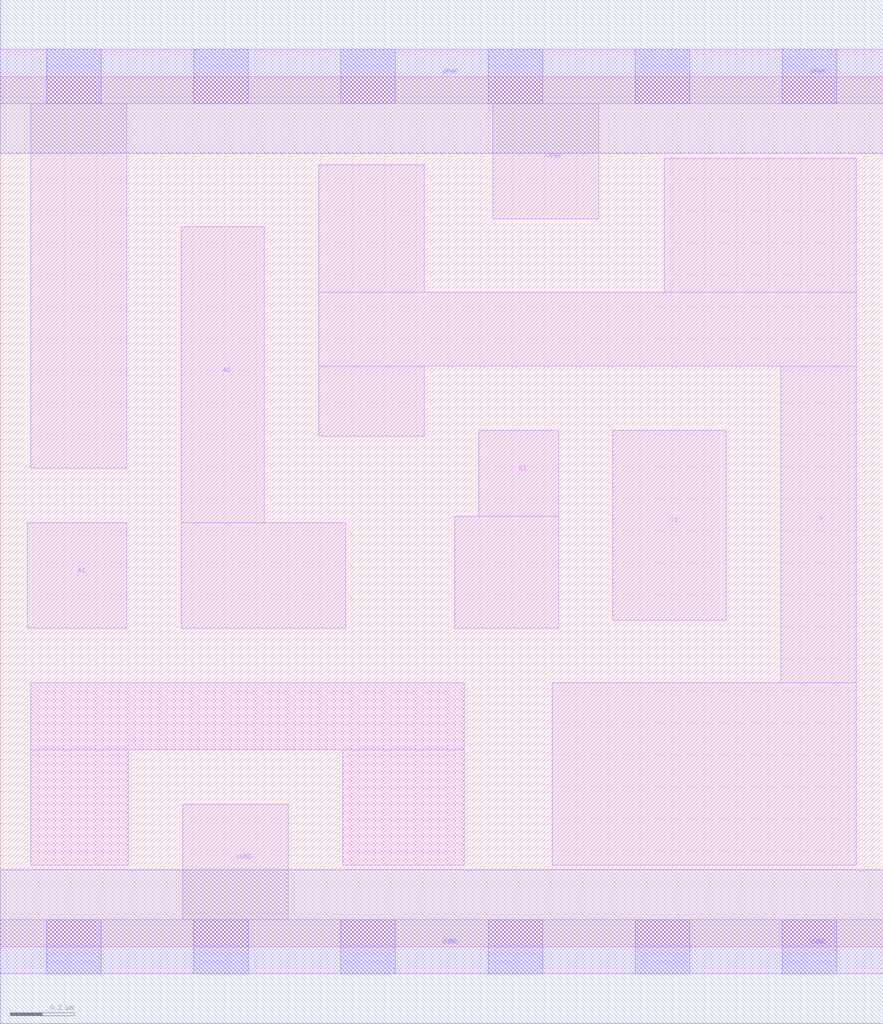
<source format=lef>
# Copyright 2020 The SkyWater PDK Authors
#
# Licensed under the Apache License, Version 2.0 (the "License");
# you may not use this file except in compliance with the License.
# You may obtain a copy of the License at
#
#     https://www.apache.org/licenses/LICENSE-2.0
#
# Unless required by applicable law or agreed to in writing, software
# distributed under the License is distributed on an "AS IS" BASIS,
# WITHOUT WARRANTIES OR CONDITIONS OF ANY KIND, either express or implied.
# See the License for the specific language governing permissions and
# limitations under the License.
#
# SPDX-License-Identifier: Apache-2.0

VERSION 5.7 ;
  NAMESCASESENSITIVE ON ;
  NOWIREEXTENSIONATPIN ON ;
  DIVIDERCHAR "/" ;
  BUSBITCHARS "[]" ;
UNITS
  DATABASE MICRONS 200 ;
END UNITS
PROPERTYDEFINITIONS
  MACRO maskLayoutSubType STRING ;
  MACRO prCellType STRING ;
  MACRO originalViewName STRING ;
END PROPERTYDEFINITIONS
MACRO sky130_fd_sc_hdll__o211ai_1
  CLASS CORE ;
  FOREIGN sky130_fd_sc_hdll__o211ai_1 ;
  ORIGIN  0.000000  0.000000 ;
  SIZE  2.760000 BY  2.720000 ;
  SYMMETRY X Y R90 ;
  SITE unithd ;
  PIN A1
    ANTENNAGATEAREA  0.277500 ;
    DIRECTION INPUT ;
    USE SIGNAL ;
    PORT
      LAYER li1 ;
        RECT 0.085000 0.995000 0.395000 1.325000 ;
    END
  END A1
  PIN A2
    ANTENNAGATEAREA  0.277500 ;
    DIRECTION INPUT ;
    USE SIGNAL ;
    PORT
      LAYER li1 ;
        RECT 0.565000 0.995000 1.080000 1.325000 ;
        RECT 0.565000 1.325000 0.825000 2.250000 ;
    END
  END A2
  PIN B1
    ANTENNAGATEAREA  0.277500 ;
    DIRECTION INPUT ;
    USE SIGNAL ;
    PORT
      LAYER li1 ;
        RECT 1.420000 0.995000 1.745000 1.345000 ;
        RECT 1.495000 1.345000 1.745000 1.615000 ;
    END
  END B1
  PIN C1
    ANTENNAGATEAREA  0.277500 ;
    DIRECTION INPUT ;
    USE SIGNAL ;
    PORT
      LAYER li1 ;
        RECT 1.915000 1.020000 2.270000 1.615000 ;
    END
  END C1
  PIN Y
    ANTENNADIFFAREA  1.297000 ;
    DIRECTION OUTPUT ;
    USE SIGNAL ;
    PORT
      LAYER li1 ;
        RECT 0.995000 1.595000 1.325000 1.815000 ;
        RECT 0.995000 1.815000 2.675000 2.045000 ;
        RECT 0.995000 2.045000 1.325000 2.445000 ;
        RECT 1.725000 0.255000 2.675000 0.825000 ;
        RECT 2.075000 2.045000 2.675000 2.465000 ;
        RECT 2.440000 0.825000 2.675000 1.815000 ;
    END
  END Y
  PIN VGND
    DIRECTION INOUT ;
    USE GROUND ;
    PORT
      LAYER li1 ;
        RECT 0.000000 -0.085000 2.760000 0.085000 ;
        RECT 0.570000  0.085000 0.900000 0.445000 ;
      LAYER mcon ;
        RECT 0.145000 -0.085000 0.315000 0.085000 ;
        RECT 0.605000 -0.085000 0.775000 0.085000 ;
        RECT 1.065000 -0.085000 1.235000 0.085000 ;
        RECT 1.525000 -0.085000 1.695000 0.085000 ;
        RECT 1.985000 -0.085000 2.155000 0.085000 ;
        RECT 2.445000 -0.085000 2.615000 0.085000 ;
      LAYER met1 ;
        RECT 0.000000 -0.240000 2.760000 0.240000 ;
    END
  END VGND
  PIN VPWR
    DIRECTION INOUT ;
    USE POWER ;
    PORT
      LAYER li1 ;
        RECT 0.000000 2.635000 2.760000 2.805000 ;
        RECT 0.095000 1.495000 0.395000 2.635000 ;
        RECT 1.540000 2.275000 1.870000 2.635000 ;
      LAYER mcon ;
        RECT 0.145000 2.635000 0.315000 2.805000 ;
        RECT 0.605000 2.635000 0.775000 2.805000 ;
        RECT 1.065000 2.635000 1.235000 2.805000 ;
        RECT 1.525000 2.635000 1.695000 2.805000 ;
        RECT 1.985000 2.635000 2.155000 2.805000 ;
        RECT 2.445000 2.635000 2.615000 2.805000 ;
      LAYER met1 ;
        RECT 0.000000 2.480000 2.760000 2.960000 ;
    END
  END VPWR
  OBS
    LAYER li1 ;
      RECT 0.095000 0.255000 0.400000 0.615000 ;
      RECT 0.095000 0.615000 1.450000 0.825000 ;
      RECT 1.070000 0.255000 1.450000 0.615000 ;
  END
  PROPERTY maskLayoutSubType "abstract" ;
  PROPERTY prCellType "standard" ;
  PROPERTY originalViewName "layout" ;
END sky130_fd_sc_hdll__o211ai_1

</source>
